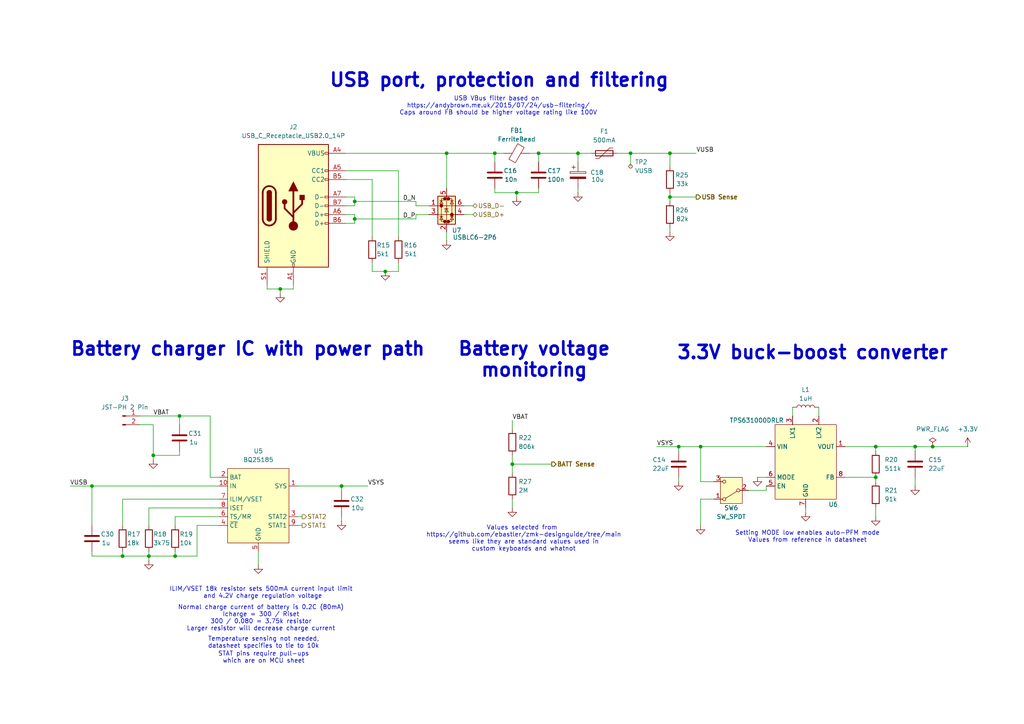
<source format=kicad_sch>
(kicad_sch (version 20250114) (generator "eeschema") (generator_version "9.0")
  (paper "A4")
  (lib_symbols
    (symbol "Connector:Conn_01x02_Pin" (pin_names (offset 1.016) (hide yes))
      (property "Reference" "J" (at 0 2.54 0))
      (property "Value" "Conn_01x02_Pin" (at 0 -5.08 0))
      (symbol "Conn_01x02_Pin_1_1"
        (rectangle (start 0.8636 0.127) (end 0 -0.127) (stroke (width 0.1524)) (fill (type outline)))
        (rectangle (start 0.8636 -2.413) (end 0 -2.667) (stroke (width 0.1524)) (fill (type outline)))
        (polyline (pts (xy 1.27 0) (xy 0.8636 0)) (stroke (width 0.1524)))
        (polyline (pts (xy 1.27 -2.54) (xy 0.8636 -2.54)) (stroke (width 0.1524)))
        (pin passive line (at 5.08 0 180) (length 3.81) (name "Pin_1") (number "1"))
        (pin passive line (at 5.08 -2.54 180) (length 3.81) (name "Pin_2") (number "2"))
      )
    )
    (symbol "Connector:TestPoint_Small" (pin_numbers (hide yes)) (pin_names (offset 0.762) (hide yes))
      (property "Reference" "TP" (at 0 3.81 0))
      (property "Value" "TestPoint_Small" (at 0 2.032 0))
      (symbol "TestPoint_Small_0_1"
        (circle (center 0 0) (radius 0.508))
      )
      (symbol "TestPoint_Small_1_1"
        (pin passive line (at 0 0 90) (length 0) (name "1") (number "1"))
      )
    )
    (symbol "Connector:USB_C_Receptacle_USB2.0_14P" (pin_names (offset 1.016))
      (property "Reference" "J" (at 0 22.225 0))
      (property "Value" "USB_C_Receptacle_USB2.0_14P" (at 0 19.685 0))
      (symbol "USB_C_Receptacle_USB2.0_14P_0_0"
        (rectangle (start -0.254 -17.78) (end 0.254 -16.764))
        (rectangle (start 10.16 15.494) (end 9.144 14.986))
        (rectangle (start 10.16 10.414) (end 9.144 9.906))
        (rectangle (start 10.16 7.874) (end 9.144 7.366))
        (rectangle (start 10.16 2.794) (end 9.144 2.286))
        (rectangle (start 10.16 0.254) (end 9.144 -0.254))
        (rectangle (start 10.16 -2.286) (end 9.144 -2.794))
        (rectangle (start 10.16 -4.826) (end 9.144 -5.334))
      )
      (symbol "USB_C_Receptacle_USB2.0_14P_0_1"
        (rectangle (start -10.16 17.78) (end 10.16 -17.78) (stroke (width 0.254)) (fill (type background)))
        (polyline (pts (xy -8.89 -3.81) (xy -8.89 3.81)) (stroke (width 0.508)))
        (rectangle (start -7.62 -3.81) (end -6.35 3.81) (stroke (width 0.254)) (fill (type outline)))
        (arc (start -7.62 3.81) (mid -6.985 4.4423) (end -6.35 3.81) (stroke (width 0.254)))
        (arc (start -7.62 3.81) (mid -6.985 4.4423) (end -6.35 3.81) (stroke (width 0.254)) (fill (type outline)))
        (arc (start -8.89 3.81) (mid -6.985 5.7067) (end -5.08 3.81) (stroke (width 0.508)))
        (arc (start -5.08 -3.81) (mid -6.985 -5.7067) (end -8.89 -3.81) (stroke (width 0.508)))
        (arc (start -6.35 -3.81) (mid -6.985 -4.4423) (end -7.62 -3.81) (stroke (width 0.254)))
        (arc (start -6.35 -3.81) (mid -6.985 -4.4423) (end -7.62 -3.81) (stroke (width 0.254)) (fill (type outline)))
        (polyline (pts (xy -5.08 3.81) (xy -5.08 -3.81)) (stroke (width 0.508)))
        (circle (center -2.54 1.143) (radius 0.635) (stroke (width 0.254)) (fill (type outline)))
        (polyline (pts (xy -1.27 4.318) (xy 0 6.858) (xy 1.27 4.318) (xy -1.27 4.318)) (stroke (width 0.254)) (fill (type outline)))
        (polyline (pts (xy 0 -2.032) (xy 2.54 0.508) (xy 2.54 1.778)) (stroke (width 0.508)))
        (polyline (pts (xy 0 -3.302) (xy -2.54 -0.762) (xy -2.54 0.508)) (stroke (width 0.508)))
        (polyline (pts (xy 0 -5.842) (xy 0 4.318)) (stroke (width 0.508)))
        (circle (center 0 -5.842) (radius 1.27) (fill (type outline)))
        (rectangle (start 1.905 1.778) (end 3.175 3.048) (stroke (width 0.254)) (fill (type outline)))
      )
      (symbol "USB_C_Receptacle_USB2.0_14P_1_1"
        (pin passive line (at -7.62 -22.86 90) (length 5.08) (name "SHIELD") (number "S1"))
        (pin passive line (at 0 -22.86 90) (length 5.08) (name "GND") (number "A1"))
        (pin passive line (at 0 -22.86 90) (length 5.08) (hide yes) (name "GND") (number "A12"))
        (pin passive line (at 0 -22.86 90) (length 5.08) (hide yes) (name "GND") (number "B1"))
        (pin passive line (at 0 -22.86 90) (length 5.08) (hide yes) (name "GND") (number "B12"))
        (pin passive line (at 15.24 15.24 180) (length 5.08) (name "VBUS") (number "A4"))
        (pin passive line (at 15.24 15.24 180) (length 5.08) (hide yes) (name "VBUS") (number "A9"))
        (pin passive line (at 15.24 15.24 180) (length 5.08) (hide yes) (name "VBUS") (number "B4"))
        (pin passive line (at 15.24 15.24 180) (length 5.08) (hide yes) (name "VBUS") (number "B9"))
        (pin bidirectional line (at 15.24 10.16 180) (length 5.08) (name "CC1") (number "A5"))
        (pin bidirectional line (at 15.24 7.62 180) (length 5.08) (name "CC2") (number "B5"))
        (pin bidirectional line (at 15.24 2.54 180) (length 5.08) (name "D-") (number "A7"))
        (pin bidirectional line (at 15.24 0 180) (length 5.08) (name "D-") (number "B7"))
        (pin bidirectional line (at 15.24 -2.54 180) (length 5.08) (name "D+") (number "A6"))
        (pin bidirectional line (at 15.24 -5.08 180) (length 5.08) (name "D+") (number "B6"))
      )
    )
    (symbol "Device:C" (pin_numbers (hide yes)) (pin_names (offset 0.254))
      (property "Reference" "C" (at 0.635 2.54 0))
      (property "Value" "C" (at 0.635 -2.54 0))
      (symbol "C_0_1"
        (polyline (pts (xy -2.032 0.762) (xy 2.032 0.762)) (stroke (width 0.508)))
        (polyline (pts (xy -2.032 -0.762) (xy 2.032 -0.762)) (stroke (width 0.508)))
      )
      (symbol "C_1_1"
        (pin passive line (at 0 3.81 270) (length 2.794) (name "~") (number "1"))
        (pin passive line (at 0 -3.81 90) (length 2.794) (name "~") (number "2"))
      )
    )
    (symbol "Device:C_Polarized" (pin_numbers (hide yes)) (pin_names (offset 0.254))
      (property "Reference" "C" (at 0.635 2.54 0))
      (property "Value" "C_Polarized" (at 0.635 -2.54 0))
      (symbol "C_Polarized_0_1"
        (rectangle (start -2.286 0.508) (end 2.286 1.016))
        (polyline (pts (xy -1.778 2.286) (xy -0.762 2.286)))
        (polyline (pts (xy -1.27 2.794) (xy -1.27 1.778)))
        (rectangle (start 2.286 -0.508) (end -2.286 -1.016) (fill (type outline)))
      )
      (symbol "C_Polarized_1_1"
        (pin passive line (at 0 3.81 270) (length 2.794) (name "~") (number "1"))
        (pin passive line (at 0 -3.81 90) (length 2.794) (name "~") (number "2"))
      )
    )
    (symbol "Device:FerriteBead" (pin_numbers (hide yes)) (pin_names (offset 0))
      (property "Reference" "FB" (at -3.81 0.635 90))
      (property "Value" "FerriteBead" (at 3.81 0 90))
      (symbol "FerriteBead_0_1"
        (polyline (pts (xy -2.7686 0.4064) (xy -1.7018 2.2606) (xy 2.7686 -0.3048) (xy 1.6764 -2.159) (xy -2.7686 0.4064)))
        (polyline (pts (xy 0 1.27) (xy 0 1.2954)))
        (polyline (pts (xy 0 -1.27) (xy 0 -1.2192)))
      )
      (symbol "FerriteBead_1_1"
        (pin passive line (at 0 3.81 270) (length 2.54) (name "~") (number "1"))
        (pin passive line (at 0 -3.81 90) (length 2.54) (name "~") (number "2"))
      )
    )
    (symbol "Device:L" (pin_numbers (hide yes)) (pin_names (offset 1.016) (hide yes))
      (property "Reference" "L" (at -1.27 0 90))
      (property "Value" "L" (at 1.905 0 90))
      (symbol "L_0_1"
        (arc (start 0 2.54) (mid 0.6323 1.905) (end 0 1.27))
        (arc (start 0 1.27) (mid 0.6323 0.635) (end 0 0))
        (arc (start 0 0) (mid 0.6323 -0.635) (end 0 -1.27))
        (arc (start 0 -1.27) (mid 0.6323 -1.905) (end 0 -2.54))
      )
      (symbol "L_1_1"
        (pin passive line (at 0 3.81 270) (length 1.27) (name "1") (number "1"))
        (pin passive line (at 0 -3.81 90) (length 1.27) (name "2") (number "2"))
      )
    )
    (symbol "Device:Polyfuse" (pin_numbers (hide yes)) (pin_names (offset 0))
      (property "Reference" "F" (at -2.54 0 90))
      (property "Value" "Polyfuse" (at 2.54 0 90))
      (symbol "Polyfuse_0_1"
        (polyline (pts (xy -1.524 2.54) (xy -1.524 1.524) (xy 1.524 -1.524) (xy 1.524 -2.54)))
        (rectangle (start -0.762 2.54) (end 0.762 -2.54) (stroke (width 0.254)))
        (polyline (pts (xy 0 2.54) (xy 0 -2.54)))
      )
      (symbol "Polyfuse_1_1"
        (pin passive line (at 0 3.81 270) (length 1.27) (name "~") (number "1"))
        (pin passive line (at 0 -3.81 90) (length 1.27) (name "~") (number "2"))
      )
    )
    (symbol "Device:R" (pin_numbers (hide yes)) (pin_names (offset 0))
      (property "Reference" "R" (at 2.032 0 90))
      (property "Value" "R" (at 0 0 90))
      (symbol "R_0_1"
        (rectangle (start -1.016 -2.54) (end 1.016 2.54) (stroke (width 0.254)))
      )
      (symbol "R_1_1"
        (pin passive line (at 0 3.81 270) (length 1.27) (name "~") (number "1"))
        (pin passive line (at 0 -3.81 90) (length 1.27) (name "~") (number "2"))
      )
    )
    (symbol "Power_Protection:USBLC6-2P6" (pin_names (hide yes))
      (property "Reference" "U" (at 0.635 5.715 0))
      (property "Value" "USBLC6-2P6" (at 0.635 3.81 0))
      (symbol "USBLC6-2P6_0_0"
        (circle (center -1.524 0) (radius 0.0001) (stroke (width 0.508)))
        (circle (center -0.508 2.032) (radius 0.0001) (stroke (width 0.508)))
        (circle (center -0.508 -4.572) (radius 0.0001) (stroke (width 0.508)))
        (circle (center 0.508 2.032) (radius 0.0001) (stroke (width 0.508)))
        (circle (center 0.508 -4.572) (radius 0.0001) (stroke (width 0.508)))
        (circle (center 1.524 -2.54) (radius 0.0001) (stroke (width 0.508)))
      )
      (symbol "USBLC6-2P6_0_1"
        (polyline (pts (xy -2.54 0) (xy 2.54 0)))
        (polyline (pts (xy -2.54 -2.54) (xy 2.54 -2.54)))
        (polyline (pts (xy -2.032 0.508) (xy -1.016 0.508) (xy -1.524 1.524) (xy -2.032 0.508)))
        (polyline (pts (xy -2.032 -3.048) (xy -1.016 -3.048)))
        (polyline (pts (xy -1.016 1.524) (xy -2.032 1.524)))
        (polyline (pts (xy -1.016 -4.064) (xy -2.032 -4.064) (xy -1.524 -3.048) (xy -1.016 -4.064)))
        (polyline (pts (xy -0.508 -1.143) (xy -0.508 -0.762) (xy 0.508 -0.762)))
        (polyline (pts (xy 0 2.54) (xy -0.508 2.032) (xy 0.508 2.032) (xy 0 1.524) (xy 0 -4.064) (xy -0.508 -4.572) (xy 0.508 -4.572) (xy 0 -5.08)))
        (polyline (pts (xy 0.508 -1.778) (xy -0.508 -1.778) (xy 0 -0.762) (xy 0.508 -1.778)))
        (polyline (pts (xy 1.016 1.524) (xy 2.032 1.524)))
        (polyline (pts (xy 1.016 -3.048) (xy 2.032 -3.048)))
        (polyline (pts (xy 2.032 0.508) (xy 1.016 0.508) (xy 1.524 1.524) (xy 2.032 0.508)))
        (polyline (pts (xy 2.032 -4.064) (xy 1.016 -4.064) (xy 1.524 -3.048) (xy 2.032 -4.064)))
      )
      (symbol "USBLC6-2P6_1_1"
        (rectangle (start -2.54 2.794) (end 2.54 -5.334) (stroke (width 0.254)) (fill (type background)))
        (polyline (pts (xy -0.508 2.032) (xy -1.524 2.032) (xy -1.524 -4.572) (xy -0.508 -4.572)))
        (polyline (pts (xy 0.508 -4.572) (xy 1.524 -4.572) (xy 1.524 2.032) (xy 0.508 2.032)))
        (pin passive line (at -5.08 0 0) (length 2.54) (name "I/O1") (number "1"))
        (pin passive line (at -5.08 -2.54 0) (length 2.54) (name "I/O2") (number "3"))
        (pin passive line (at 0 5.08 270) (length 2.54) (name "VBUS") (number "5"))
        (pin passive line (at 0 -7.62 90) (length 2.54) (name "GND") (number "2"))
        (pin passive line (at 5.08 0 180) (length 2.54) (name "I/O1") (number "6"))
        (pin passive line (at 5.08 -2.54 180) (length 2.54) (name "I/O2") (number "4"))
      )
    )
    (symbol "Switch:SW_SPDT" (pin_names (offset 0) (hide yes))
      (property "Reference" "SW" (at 0 5.08 0))
      (property "Value" "SW_SPDT" (at 0 -5.08 0))
      (symbol "SW_SPDT_0_1"
        (circle (center -2.032 0) (radius 0.4572))
        (polyline (pts (xy -1.651 0.254) (xy 1.651 2.286)))
        (circle (center 2.032 2.54) (radius 0.4572))
        (circle (center 2.032 -2.54) (radius 0.4572))
      )
      (symbol "SW_SPDT_1_1"
        (rectangle (start -3.175 3.81) (end 3.175 -3.81) (fill (type background)))
        (pin passive line (at -5.08 0 0) (length 2.54) (name "B") (number "2"))
        (pin passive line (at 5.08 2.54 180) (length 2.54) (name "A") (number "1"))
        (pin passive line (at 5.08 -2.54 180) (length 2.54) (name "C") (number "3"))
      )
    )
    (symbol "power:+3.3V" (power) (pin_numbers (hide yes)) (pin_names (offset 0) (hide yes))
      (property "Value" "+3.3V" (at 0 3.556 0))
      (symbol "+3.3V_0_1"
        (polyline (pts (xy -0.762 1.27) (xy 0 2.54)))
        (polyline (pts (xy 0 2.54) (xy 0.762 1.27)))
        (polyline (pts (xy 0 0) (xy 0 2.54)))
      )
      (symbol "+3.3V_1_1"
        (pin power_in line (at 0 0 90) (length 0) (name "~") (number "1"))
      )
    )
    (symbol "power:GND" (power) (pin_numbers (hide yes)) (pin_names (offset 0) (hide yes))
      (property "Value" "GND" (at 0 -3.81 0))
      (symbol "GND_0_1"
        (polyline (pts (xy 0 0) (xy 0 -1.27) (xy 1.27 -1.27) (xy 0 -2.54) (xy -1.27 -1.27) (xy 0 -1.27)))
      )
      (symbol "GND_1_1"
        (pin power_in line (at 0 0 270) (length 0) (name "~") (number "1"))
      )
    )
    (symbol "power:PWR_FLAG" (power) (pin_numbers (hide yes)) (pin_names (offset 0) (hide yes))
      (property "Value" "PWR_FLAG" (at 0 3.81 0))
      (symbol "PWR_FLAG_0_0"
        (pin power_out line (at 0 0 90) (length 0) (name "~") (number "1"))
      )
      (symbol "PWR_FLAG_0_1"
        (polyline (pts (xy 0 0) (xy 0 1.27) (xy -1.016 1.905) (xy 0 2.54) (xy 1.016 1.905) (xy 0 1.27)))
      )
    )
    (symbol "tat_library:BQ25185"
      (property "Reference" "U" (at -8.382 11.43 0))
      (property "Value" "BQ25185" (at 9.144 -12.7 0))
      (symbol "BQ25185_1_1"
        (rectangle (start -8.89 10.16) (end 8.89 -11.43) (fill (type background)))
        (pin power_in line (at -11.43 7.62 0) (length 2.54) (name "BAT") (number "2"))
        (pin power_in line (at -11.43 5.08 0) (length 2.54) (name "IN") (number "10"))
        (pin bidirectional line (at -11.43 1.27 0) (length 2.54) (name "ILIM/VSET") (number "7"))
        (pin bidirectional line (at -11.43 -1.27 0) (length 2.54) (name "ISET") (number "8"))
        (pin bidirectional line (at -11.43 -3.81 0) (length 2.54) (name "TS/MR") (number "6"))
        (pin input line (at -11.43 -6.35 0) (length 2.54) (name "~{CE}") (number "4"))
        (pin power_in line (at 0 -13.97 90) (length 2.54) (name "GND") (number "5"))
        (pin power_out line (at 11.43 5.08 180) (length 2.54) (name "SYS") (number "1"))
        (pin open_collector line (at 11.43 -3.81 180) (length 2.54) (name "STAT2") (number "3"))
        (pin open_collector line (at 11.43 -6.35 180) (length 2.54) (name "STAT1") (number "9"))
      )
    )
    (symbol "tat_library:TPS631000DRLR"
      (property "Reference" "U" (at -8.382 11.176 0))
      (property "Value" "TPS631000DRLR" (at 10.16 -12.954 0))
      (symbol "TPS631000DRLR_1_1"
        (rectangle (start -8.89 10.16) (end 8.89 -11.43) (fill (type background)))
        (pin power_in line (at -11.43 3.81 0) (length 2.54) (name "VIN") (number "4"))
        (pin input line (at -11.43 -5.08 0) (length 2.54) (name "MODE") (number "6"))
        (pin input line (at -11.43 -7.62 0) (length 2.54) (name "EN") (number "5"))
        (pin bidirectional line (at -3.81 12.7 270) (length 2.54) (name "LX1") (number "3"))
        (pin power_in line (at 0 -13.97 90) (length 2.54) (name "GND") (number "7"))
        (pin bidirectional line (at 3.81 12.7 270) (length 2.54) (name "LX2") (number "2"))
        (pin power_out line (at 11.43 3.81 180) (length 2.54) (name "VOUT") (number "1"))
        (pin input line (at 11.43 -5.08 180) (length 2.54) (name "FB") (number "8"))
      )
    )
  )
  (text "ILIM/VSET 18k resistor sets 500mA current input limit \nand 4.2V charge regulation voltage" (at 76.2 171.958 0) (effects (font (size 1.27 1.27))))
  (text "Battery voltage\nmonitoring" (at 154.94 104.394 0) (effects (font (size 3.81 3.81) (thickness 0.762) (bold yes))))
  (text "Normal charge current of battery is 0.2C (80mA)\nIcharge = 300 / Riset\n300 / 0.080 = 3.75k resistor\nLarger resistor will decrease charge current\n" (at 75.692 179.324 0) (effects (font (size 1.27 1.27))))
  (text "STAT pins require pull-ups\nwhich are on MCU sheet" (at 76.454 190.754 0) (effects (font (size 1.27 1.27))))
  (text "3.3V buck-boost converter" (at 235.712 102.362 0) (effects (font (size 3.81 3.81) (thickness 0.762) (bold yes))))
  (text "USB VBus filter based on \nhttps://andybrown.me.uk/2015/07/24/usb-filtering/\nCaps around FB should be higher voltage rating like 100V" (at 144.526 30.734 0) (effects (font (size 1.27 1.27))))
  (text "Temperature sensing not needed,\ndatasheet specifies to tie to 10k" (at 76.454 186.436 0) (effects (font (size 1.27 1.27))))
  (text "Values selected from \nhttps://github.com/ebastler/zmk-designguide/tree/main\nseems like they are standard values used in\ncustom keyboards and whatnot" (at 151.892 156.21 0) (effects (font (size 1.27 1.27))))
  (text "USB port, protection and filtering" (at 144.78 23.368 0) (effects (font (size 3.81 3.81) (thickness 0.762) (bold yes))))
  (text "Battery charger IC with power path" (at 71.882 101.346 0) (effects (font (size 3.81 3.81) (thickness 0.762) (bold yes))))
  (text "Setting MODE low enables auto-PFM mode\nValues from reference in datasheet" (at 234.188 155.702 0) (effects (font (size 1.27 1.27))))
  (junction (at 254 129.54))
  (junction (at 111.76 78.74))
  (junction (at 196.85 129.54))
  (junction (at 156.21 44.45))
  (junction (at 182.88 44.45))
  (junction (at 99.06 140.97))
  (junction (at 50.8 161.29))
  (junction (at 81.28 83.82))
  (junction (at 35.56 161.29))
  (junction (at 129.54 44.45))
  (junction (at 194.31 57.15))
  (junction (at 43.18 161.29))
  (junction (at 143.51 44.45))
  (junction (at 149.86 55.88))
  (junction (at 26.67 140.97))
  (junction (at 102.87 58.42))
  (junction (at 270.51 129.54))
  (junction (at 194.31 44.45))
  (junction (at 148.59 134.62))
  (junction (at 265.43 129.54))
  (junction (at 203.2 129.54))
  (junction (at 52.07 120.65))
  (junction (at 167.64 44.45))
  (junction (at 44.45 132.08))
  (junction (at 254 138.43))
  (junction (at 102.87 63.5))
  (wire (pts (xy 86.36 152.4) (xy 87.63 152.4)))
  (wire (pts (xy 120.65 59.69) (xy 124.46 59.69)))
  (wire (pts (xy 203.2 129.54) (xy 222.25 129.54)))
  (wire (pts (xy 44.45 123.19) (xy 44.45 132.08)))
  (wire (pts (xy 229.87 118.11) (xy 229.87 120.65)))
  (wire (pts (xy 111.76 78.74) (xy 115.57 78.74)))
  (wire (pts (xy 120.65 63.5) (xy 120.65 62.23)))
  (wire (pts (xy 194.31 44.45) (xy 201.93 44.45)))
  (wire (pts (xy 120.65 58.42) (xy 120.65 59.69)))
  (wire (pts (xy 52.07 132.08) (xy 44.45 132.08)))
  (wire (pts (xy 100.33 62.23) (xy 102.87 62.23)))
  (wire (pts (xy 254 129.54) (xy 265.43 129.54)))
  (wire (pts (xy 196.85 129.54) (xy 203.2 129.54)))
  (wire (pts (xy 44.45 132.08) (xy 44.45 133.35)))
  (wire (pts (xy 26.67 140.97) (xy 63.5 140.97)))
  (wire (pts (xy 50.8 149.86) (xy 50.8 152.4)))
  (wire (pts (xy 102.87 63.5) (xy 120.65 63.5)))
  (wire (pts (xy 86.36 140.97) (xy 99.06 140.97)))
  (wire (pts (xy 99.06 140.97) (xy 99.06 142.24)))
  (wire (pts (xy 222.25 138.43) (xy 219.71 138.43)))
  (wire (pts (xy 102.87 57.15) (xy 102.87 58.42)))
  (wire (pts (xy 40.64 123.19) (xy 44.45 123.19)))
  (wire (pts (xy 52.07 130.81) (xy 52.07 132.08)))
  (wire (pts (xy 194.31 66.04) (xy 194.31 67.31)))
  (wire (pts (xy 77.47 82.55) (xy 77.47 83.82)))
  (wire (pts (xy 148.59 144.78) (xy 148.59 147.32)))
  (wire (pts (xy 148.59 121.92) (xy 148.59 124.46)))
  (wire (pts (xy 43.18 147.32) (xy 63.5 147.32)))
  (wire (pts (xy 179.07 44.45) (xy 182.88 44.45)))
  (wire (pts (xy 26.67 140.97) (xy 26.67 152.4)))
  (wire (pts (xy 245.11 138.43) (xy 254 138.43)))
  (wire (pts (xy 233.68 147.32) (xy 233.68 148.59)))
  (wire (pts (xy 85.09 82.55) (xy 85.09 83.82)))
  (wire (pts (xy 77.47 83.82) (xy 81.28 83.82)))
  (wire (pts (xy 43.18 160.02) (xy 43.18 161.29)))
  (wire (pts (xy 217.17 142.24) (xy 222.25 142.24)))
  (wire (pts (xy 245.11 129.54) (xy 254 129.54)))
  (wire (pts (xy 203.2 129.54) (xy 203.2 139.7)))
  (wire (pts (xy 196.85 138.43) (xy 196.85 139.7)))
  (wire (pts (xy 203.2 144.78) (xy 207.01 144.78)))
  (wire (pts (xy 35.56 144.78) (xy 35.56 152.4)))
  (wire (pts (xy 43.18 147.32) (xy 43.18 152.4)))
  (wire (pts (xy 26.67 160.02) (xy 26.67 161.29)))
  (wire (pts (xy 85.09 83.82) (xy 81.28 83.82)))
  (wire (pts (xy 254 138.43) (xy 254 139.7)))
  (wire (pts (xy 74.93 160.02) (xy 74.93 163.83)))
  (wire (pts (xy 100.33 44.45) (xy 129.54 44.45)))
  (wire (pts (xy 270.51 129.54) (xy 280.67 129.54)))
  (wire (pts (xy 60.96 120.65) (xy 60.96 138.43)))
  (wire (pts (xy 50.8 160.02) (xy 50.8 161.29)))
  (wire (pts (xy 182.88 44.45) (xy 182.88 48.26)))
  (wire (pts (xy 50.8 161.29) (xy 57.15 161.29)))
  (wire (pts (xy 194.31 57.15) (xy 194.31 58.42)))
  (wire (pts (xy 167.64 54.61) (xy 167.64 55.88)))
  (wire (pts (xy 129.54 44.45) (xy 129.54 54.61)))
  (wire (pts (xy 143.51 54.61) (xy 143.51 55.88)))
  (wire (pts (xy 143.51 44.45) (xy 146.05 44.45)))
  (wire (pts (xy 99.06 149.86) (xy 99.06 151.13)))
  (wire (pts (xy 63.5 144.78) (xy 35.56 144.78)))
  (wire (pts (xy 153.67 44.45) (xy 156.21 44.45)))
  (wire (pts (xy 254 129.54) (xy 254 130.81)))
  (wire (pts (xy 182.88 44.45) (xy 194.31 44.45)))
  (wire (pts (xy 63.5 149.86) (xy 50.8 149.86)))
  (wire (pts (xy 50.8 161.29) (xy 43.18 161.29)))
  (wire (pts (xy 40.64 120.65) (xy 52.07 120.65)))
  (wire (pts (xy 115.57 49.53) (xy 115.57 68.58)))
  (wire (pts (xy 167.64 44.45) (xy 167.64 46.99)))
  (wire (pts (xy 237.49 118.11) (xy 237.49 120.65)))
  (wire (pts (xy 143.51 55.88) (xy 149.86 55.88)))
  (wire (pts (xy 194.31 44.45) (xy 194.31 48.26)))
  (wire (pts (xy 115.57 76.2) (xy 115.57 78.74)))
  (wire (pts (xy 107.95 78.74) (xy 111.76 78.74)))
  (wire (pts (xy 148.59 134.62) (xy 160.02 134.62)))
  (wire (pts (xy 194.31 57.15) (xy 201.93 57.15)))
  (wire (pts (xy 254 147.32) (xy 254 149.86)))
  (wire (pts (xy 52.07 120.65) (xy 52.07 123.19)))
  (wire (pts (xy 134.62 59.69) (xy 137.16 59.69)))
  (wire (pts (xy 100.33 64.77) (xy 102.87 64.77)))
  (wire (pts (xy 265.43 129.54) (xy 270.51 129.54)))
  (wire (pts (xy 203.2 144.78) (xy 203.2 152.4)))
  (wire (pts (xy 43.18 161.29) (xy 43.18 162.56)))
  (wire (pts (xy 63.5 152.4) (xy 57.15 152.4)))
  (wire (pts (xy 52.07 120.65) (xy 60.96 120.65)))
  (wire (pts (xy 100.33 52.07) (xy 107.95 52.07)))
  (wire (pts (xy 100.33 49.53) (xy 115.57 49.53)))
  (wire (pts (xy 102.87 63.5) (xy 102.87 64.77)))
  (wire (pts (xy 129.54 67.31) (xy 129.54 69.85)))
  (wire (pts (xy 143.51 44.45) (xy 143.51 46.99)))
  (wire (pts (xy 102.87 58.42) (xy 120.65 58.42)))
  (wire (pts (xy 148.59 132.08) (xy 148.59 134.62)))
  (wire (pts (xy 120.65 62.23) (xy 124.46 62.23)))
  (wire (pts (xy 102.87 58.42) (xy 102.87 59.69)))
  (wire (pts (xy 81.28 85.09) (xy 81.28 83.82)))
  (wire (pts (xy 57.15 152.4) (xy 57.15 161.29)))
  (wire (pts (xy 26.67 161.29) (xy 35.56 161.29)))
  (wire (pts (xy 156.21 44.45) (xy 167.64 44.45)))
  (wire (pts (xy 86.36 149.86) (xy 87.63 149.86)))
  (wire (pts (xy 35.56 160.02) (xy 35.56 161.29)))
  (wire (pts (xy 134.62 62.23) (xy 137.16 62.23)))
  (wire (pts (xy 35.56 161.29) (xy 43.18 161.29)))
  (wire (pts (xy 190.5 129.54) (xy 196.85 129.54)))
  (wire (pts (xy 196.85 129.54) (xy 196.85 130.81)))
  (wire (pts (xy 100.33 59.69) (xy 102.87 59.69)))
  (wire (pts (xy 265.43 138.43) (xy 265.43 140.97)))
  (wire (pts (xy 107.95 76.2) (xy 107.95 78.74)))
  (wire (pts (xy 149.86 55.88) (xy 156.21 55.88)))
  (wire (pts (xy 156.21 55.88) (xy 156.21 54.61)))
  (wire (pts (xy 167.64 44.45) (xy 171.45 44.45)))
  (wire (pts (xy 203.2 139.7) (xy 207.01 139.7)))
  (wire (pts (xy 156.21 44.45) (xy 156.21 46.99)))
  (wire (pts (xy 222.25 142.24) (xy 222.25 140.97)))
  (wire (pts (xy 63.5 138.43) (xy 60.96 138.43)))
  (wire (pts (xy 129.54 44.45) (xy 143.51 44.45)))
  (wire (pts (xy 20.32 140.97) (xy 26.67 140.97)))
  (wire (pts (xy 102.87 62.23) (xy 102.87 63.5)))
  (wire (pts (xy 149.86 55.88) (xy 149.86 57.15)))
  (wire (pts (xy 265.43 129.54) (xy 265.43 130.81)))
  (wire (pts (xy 194.31 55.88) (xy 194.31 57.15)))
  (wire (pts (xy 99.06 140.97) (xy 106.68 140.97)))
  (wire (pts (xy 148.59 134.62) (xy 148.59 137.16)))
  (wire (pts (xy 100.33 57.15) (xy 102.87 57.15)))
  (wire (pts (xy 107.95 68.58) (xy 107.95 52.07)))
  (label "VSYS" (at 190.5 129.54 0))
  (label "D_N" (at 116.84 58.42 0))
  (label "VBAT" (at 44.45 120.65 0))
  (label "VSYS" (at 106.68 140.97 0))
  (label "VUSB" (at 201.93 44.45 0))
  (label "VUSB" (at 20.32 140.97 0))
  (label "D_P" (at 116.84 63.5 0))
  (label "VBAT" (at 148.59 121.92 0))
  (hierarchical_label "STAT1" (shape output) (at 87.63 152.4 0))
  (hierarchical_label "USB_D+" (shape bidirectional) (at 137.16 62.23 0))
  (hierarchical_label "USB Sense" (shape output) (at 201.93 57.15 0) (effects (font (thickness 0.254) (bold yes))))
  (hierarchical_label "USB_D-" (shape bidirectional) (at 137.16 59.69 0))
  (hierarchical_label "BATT Sense" (shape output) (at 160.02 134.62 0) (effects (font (thickness 0.254) (bold yes))))
  (hierarchical_label "STAT2" (shape output) (at 87.63 149.86 0))
  (symbol (lib_id "tat_library:TPS631000DRLR") (at 233.68 133.35 0) (unit 1)
    (property "Reference" "U6" (at 240.284 146.304 0) (effects (justify left)))
    (property "Value" "TPS631000DRLR" (at 211.582 121.92 0) (effects (justify left)))
  )
  (symbol (lib_id "tat_library:BQ25185") (at 74.93 146.05 0) (unit 1)
    (property "Reference" "U5" (at 74.93 130.81 0))
    (property "Value" "BQ25185" (at 74.93 133.35 0))
  )
  (symbol (lib_id "Device:L") (at 233.68 118.11 90) (unit 1)
    (property "Reference" "L1" (at 233.68 113.03 90))
    (property "Value" "1uH" (at 233.68 115.57 90))
    (property "Description" "Inductor" (effects (hide yes)))
  )
  (symbol (lib_id "power:GND") (at 167.64 55.88 0) (unit 1)
    (property "Reference" "#PWR042" (effects (hide yes)))
    (property "Value" "GND" (effects (hide yes)))
    (property "Description" "Power symbol creates a global label with name \"GND\" , ground" (effects (hide yes)))
  )
  (symbol (lib_id "power:GND") (at 148.59 147.32 0) (unit 1)
    (property "Reference" "#PWR047" (effects (hide yes)))
    (property "Value" "GND" (effects (hide yes)))
    (property "Description" "Power symbol creates a global label with name \"GND\" , ground" (effects (hide yes)))
  )
  (symbol (lib_id "power:GND") (at 74.93 163.83 0) (unit 1)
    (property "Reference" "#PWR024" (effects (hide yes)))
    (property "Value" "GND" (effects (hide yes)))
    (property "Description" "Power symbol creates a global label with name \"GND\" , ground" (effects (hide yes)))
  )
  (symbol (lib_id "Device:FerriteBead") (at 149.86 44.45 90) (unit 1)
    (property "Reference" "FB1" (at 149.86 37.846 90))
    (property "Value" "FerriteBead" (at 149.86 40.386 90))
    (property "Description" "Ferrite bead" (effects (hide yes)))
  )
  (symbol (lib_id "power:GND") (at 81.28 85.09 0) (unit 1)
    (property "Reference" "#PWR022" (effects (hide yes)))
    (property "Value" "GND" (effects (hide yes)))
    (property "Description" "Power symbol creates a global label with name \"GND\" , ground" (effects (hide yes)))
  )
  (symbol (lib_id "Device:C") (at 265.43 134.62 0) (unit 1)
    (property "Reference" "C15" (at 269.24 133.3499 0) (effects (justify left)))
    (property "Value" "22uF" (at 269.24 135.8899 0) (effects (justify left)))
    (property "Description" "Unpolarized capacitor" (effects (hide yes)))
  )
  (symbol (lib_id "Connector:USB_C_Receptacle_USB2.0_14P") (at 85.09 59.69 0) (unit 1)
    (property "Reference" "J2" (at 85.09 36.83 0))
    (property "Value" "USB_C_Receptacle_USB2.0_14P" (at 85.09 39.37 0))
    (property "Datasheet" "https://www.usb.org/sites/default/files/documents/usb_type-c.zip" (effects (hide yes)))
    (property "Description" "USB 2.0-only 14P Type-C Receptacle connector" (effects (hide yes)))
  )
  (symbol (lib_id "power:GND") (at 194.31 67.31 0) (unit 1)
    (property "Reference" "#PWR056" (effects (hide yes)))
    (property "Value" "GND" (effects (hide yes)))
    (property "Description" "Power symbol creates a global label with name \"GND\" , ground" (effects (hide yes)))
  )
  (symbol (lib_id "Device:R") (at 254 134.62 0) (unit 1)
    (property "Reference" "R20" (at 256.54 133.3499 0) (effects (justify left)))
    (property "Value" "511k" (at 256.54 135.8899 0) (effects (justify left)))
    (property "Description" "Resistor" (effects (hide yes)))
  )
  (symbol (lib_id "Switch:SW_SPDT") (at 212.09 142.24 180) (unit 1)
    (property "Reference" "SW6" (at 212.09 147.32 0))
    (property "Value" "SW_SPDT" (at 212.09 149.86 0))
    (property "Description" "Switch, single pole double throw" (effects (hide yes)))
  )
  (symbol (lib_id "Device:Polyfuse") (at 175.26 44.45 90) (unit 1)
    (property "Reference" "F1" (at 175.26 38.1 90))
    (property "Value" "500mA" (at 175.26 40.64 90))
    (property "Description" "Resettable fuse, polymeric positive temperature coefficient" (effects (hide yes)))
  )
  (symbol (lib_id "power:GND") (at 196.85 139.7 0) (unit 1)
    (property "Reference" "#PWR038" (effects (hide yes)))
    (property "Value" "GND" (effects (hide yes)))
    (property "Description" "Power symbol creates a global label with name \"GND\" , ground" (effects (hide yes)))
  )
  (symbol (lib_id "Device:R") (at 254 143.51 0) (unit 1)
    (property "Reference" "R21" (at 256.54 142.2399 0) (effects (justify left)))
    (property "Value" "91k" (at 256.54 144.7799 0) (effects (justify left)))
    (property "Description" "Resistor" (effects (hide yes)))
  )
  (symbol (lib_id "power:GND") (at 233.68 148.59 0) (unit 1)
    (property "Reference" "#PWR023" (effects (hide yes)))
    (property "Value" "GND" (effects (hide yes)))
    (property "Description" "Power symbol creates a global label with name \"GND\" , ground" (effects (hide yes)))
  )
  (symbol (lib_id "Device:C") (at 26.67 156.21 0) (unit 1)
    (property "Reference" "C30" (at 29.21 154.94 0) (effects (justify left)))
    (property "Value" "1u" (at 29.464 157.48 0) (effects (justify left)))
    (property "Description" "Unpolarized capacitor" (effects (hide yes)))
  )
  (symbol (lib_id "power:PWR_FLAG") (at 270.51 129.54 0) (unit 1)
    (property "Reference" "#FLG01" (effects (hide yes)))
    (property "Value" "PWR_FLAG" (at 270.51 124.46 0))
    (property "Description" "Special symbol for telling ERC where power comes from" (effects (hide yes)))
  )
  (symbol (lib_id "power:GND") (at 111.76 78.74 0) (unit 1)
    (property "Reference" "#PWR021" (effects (hide yes)))
    (property "Value" "GND" (effects (hide yes)))
    (property "Description" "Power symbol creates a global label with name \"GND\" , ground" (effects (hide yes)))
  )
  (symbol (lib_id "Device:R") (at 148.59 128.27 0) (unit 1)
    (property "Reference" "R22" (at 150.368 127 0) (effects (justify left)))
    (property "Value" "806k" (at 150.368 129.54 0) (effects (justify left)))
    (property "Description" "Resistor" (effects (hide yes)))
  )
  (symbol (lib_id "Device:R") (at 115.57 72.39 0) (unit 1)
    (property "Reference" "R16" (at 117.094 71.12 0) (effects (justify left)))
    (property "Value" "5k1" (at 117.348 73.66 0) (effects (justify left)))
    (property "Description" "Resistor" (effects (hide yes)))
  )
  (symbol (lib_id "Device:C") (at 52.07 127 0) (unit 1)
    (property "Reference" "C31" (at 54.61 125.73 0) (effects (justify left)))
    (property "Value" "1u" (at 54.864 128.27 0) (effects (justify left)))
    (property "Description" "Unpolarized capacitor" (effects (hide yes)))
  )
  (symbol (lib_id "Device:R") (at 50.8 156.21 0) (unit 1)
    (property "Reference" "R19" (at 52.07 154.94 0) (effects (justify left)))
    (property "Value" "10k" (at 52.07 157.48 0) (effects (justify left)))
    (property "Description" "Resistor" (effects (hide yes)))
  )
  (symbol (lib_id "power:GND") (at 99.06 151.13 0) (unit 1)
    (property "Reference" "#PWR032" (effects (hide yes)))
    (property "Value" "GND" (effects (hide yes)))
    (property "Description" "Power symbol creates a global label with name \"GND\" , ground" (effects (hide yes)))
  )
  (symbol (lib_id "power:GND") (at 149.86 57.15 0) (unit 1)
    (property "Reference" "#PWR041" (effects (hide yes)))
    (property "Value" "GND" (effects (hide yes)))
    (property "Description" "Power symbol creates a global label with name \"GND\" , ground" (effects (hide yes)))
  )
  (symbol (lib_id "Device:R") (at 107.95 72.39 0) (unit 1)
    (property "Reference" "R15" (at 109.22 71.12 0) (effects (justify left)))
    (property "Value" "5k1" (at 109.22 73.66 0) (effects (justify left)))
    (property "Description" "Resistor" (effects (hide yes)))
  )
  (symbol (lib_id "Connector:TestPoint_Small") (at 182.88 48.26 0) (unit 1)
    (property "Reference" "TP2" (at 184.15 46.9899 0) (effects (justify left)))
    (property "Value" "VUSB" (at 184.15 49.5299 0) (effects (justify left)))
    (property "Description" "test point" (effects (hide yes)))
  )
  (symbol (lib_id "Device:C") (at 99.06 146.05 0) (unit 1)
    (property "Reference" "C32" (at 101.6 144.78 0) (effects (justify left)))
    (property "Value" "10u" (at 101.854 147.32 0) (effects (justify left)))
    (property "Description" "Unpolarized capacitor" (effects (hide yes)))
  )
  (symbol (lib_id "Connector:Conn_01x02_Pin") (at 35.56 120.65 0) (unit 1)
    (property "Reference" "J3" (at 36.195 115.57 0))
    (property "Value" "JST-PH 2 Pin" (at 36.195 118.11 0))
    (property "Description" "Generic connector, single row, 01x02, script generated" (effects (hide yes)))
  )
  (symbol (lib_id "power:GND") (at 203.2 152.4 0) (unit 1)
    (property "Reference" "#PWR040" (effects (hide yes)))
    (property "Value" "GND" (effects (hide yes)))
    (property "Description" "Power symbol creates a global label with name \"GND\" , ground" (effects (hide yes)))
  )
  (symbol (lib_id "Device:R") (at 194.31 62.23 0) (unit 1)
    (property "Reference" "R26" (at 195.834 60.96 0) (effects (justify left)))
    (property "Value" "82k" (at 196.088 63.5 0) (effects (justify left)))
    (property "Description" "Resistor" (effects (hide yes)))
  )
  (symbol (lib_id "power:+3.3V") (at 280.67 129.54 0) (unit 1)
    (property "Reference" "#PWR044" (effects (hide yes)))
    (property "Value" "+3.3V" (at 280.67 124.46 0))
    (property "Description" "Power symbol creates a global label with name \"+3.3V\"" (effects (hide yes)))
  )
  (symbol (lib_id "Device:C") (at 143.51 50.8 0) (unit 1)
    (property "Reference" "C16" (at 146.05 49.53 0) (effects (justify left)))
    (property "Value" "10n" (at 146.304 52.07 0) (effects (justify left)))
    (property "Description" "Unpolarized capacitor" (effects (hide yes)))
  )
  (symbol (lib_id "Device:C") (at 156.21 50.8 0) (unit 1)
    (property "Reference" "C17" (at 158.75 49.53 0) (effects (justify left)))
    (property "Value" "100n" (at 158.75 52.07 0) (effects (justify left)))
    (property "Description" "Unpolarized capacitor" (effects (hide yes)))
  )
  (symbol (lib_id "Device:C_Polarized") (at 167.64 50.8 0) (unit 1)
    (property "Reference" "C18" (at 171.196 50.038 0) (effects (justify left)))
    (property "Value" "10u" (at 171.45 52.07 0) (effects (justify left)))
    (property "Description" "Polarized capacitor" (effects (hide yes)))
  )
  (symbol (lib_id "power:GND") (at 254 149.86 0) (unit 1)
    (property "Reference" "#PWR039" (effects (hide yes)))
    (property "Value" "GND" (effects (hide yes)))
    (property "Description" "Power symbol creates a global label with name \"GND\" , ground" (effects (hide yes)))
  )
  (symbol (lib_id "Device:R") (at 148.59 140.97 0) (unit 1)
    (property "Reference" "R27" (at 150.368 139.7 0) (effects (justify left)))
    (property "Value" "2M" (at 150.368 142.24 0) (effects (justify left)))
    (property "Description" "Resistor" (effects (hide yes)))
  )
  (symbol (lib_id "power:GND") (at 44.45 133.35 0) (unit 1)
    (property "Reference" "#PWR037" (effects (hide yes)))
    (property "Value" "GND" (effects (hide yes)))
    (property "Description" "Power symbol creates a global label with name \"GND\" , ground" (effects (hide yes)))
  )
  (symbol (lib_id "Device:C") (at 196.85 134.62 0) (unit 1)
    (property "Reference" "C14" (at 189.23 133.35 0) (effects (justify left)))
    (property "Value" "22uF" (at 189.23 135.89 0) (effects (justify left)))
    (property "Description" "Unpolarized capacitor" (effects (hide yes)))
  )
  (symbol (lib_id "power:GND") (at 129.54 69.85 0) (unit 1)
    (property "Reference" "#PWR043" (effects (hide yes)))
    (property "Value" "GND" (effects (hide yes)))
    (property "Description" "Power symbol creates a global label with name \"GND\" , ground" (effects (hide yes)))
  )
  (symbol (lib_id "power:GND") (at 219.71 138.43 0) (unit 1)
    (property "Reference" "#PWR045" (effects (hide yes)))
    (property "Value" "GND" (effects (hide yes)))
    (property "Description" "Power symbol creates a global label with name \"GND\" , ground" (effects (hide yes)))
  )
  (symbol (lib_id "power:GND") (at 43.18 162.56 0) (unit 1)
    (property "Reference" "#PWR031" (effects (hide yes)))
    (property "Value" "GND" (effects (hide yes)))
    (property "Description" "Power symbol creates a global label with name \"GND\" , ground" (effects (hide yes)))
  )
  (symbol (lib_id "Device:R") (at 194.31 52.07 0) (unit 1)
    (property "Reference" "R25" (at 195.834 50.8 0) (effects (justify left)))
    (property "Value" "33k" (at 196.088 53.34 0) (effects (justify left)))
    (property "Description" "Resistor" (effects (hide yes)))
  )
  (symbol (lib_id "Power_Protection:USBLC6-2P6") (at 129.54 59.69 0) (unit 1)
    (property "Reference" "U7" (at 131.064 66.802 0) (effects (justify left)))
    (property "Value" "USBLC6-2P6" (at 131.318 68.834 0) (effects (justify left)))
    (property "Footprint" "Package_TO_SOT_SMD:SOT-666" (effects (hide yes)))
    (property "Datasheet" "https://www.st.com/resource/en/datasheet/usblc6-2.pdf" (effects (hide yes)))
    (property "Description" "Very low capacitance ESD protection diode, 2 data-line, SOT-666" (effects (hide yes)))
  )
  (symbol (lib_id "power:GND") (at 265.43 140.97 0) (unit 1)
    (property "Reference" "#PWR046" (effects (hide yes)))
    (property "Value" "GND" (effects (hide yes)))
    (property "Description" "Power symbol creates a global label with name \"GND\" , ground" (effects (hide yes)))
  )
  (symbol (lib_id "Device:R") (at 35.56 156.21 0) (unit 1)
    (property "Reference" "R17" (at 36.83 154.94 0) (effects (justify left)))
    (property "Value" "18k" (at 36.83 157.48 0) (effects (justify left)))
    (property "Description" "Resistor" (effects (hide yes)))
  )
  (symbol (lib_id "Device:R") (at 43.18 156.21 0) (unit 1)
    (property "Reference" "R18" (at 44.45 154.94 0) (effects (justify left)))
    (property "Value" "3k75" (at 44.45 157.48 0) (effects (justify left)))
    (property "Description" "Resistor" (effects (hide yes)))
  )
)
</source>
